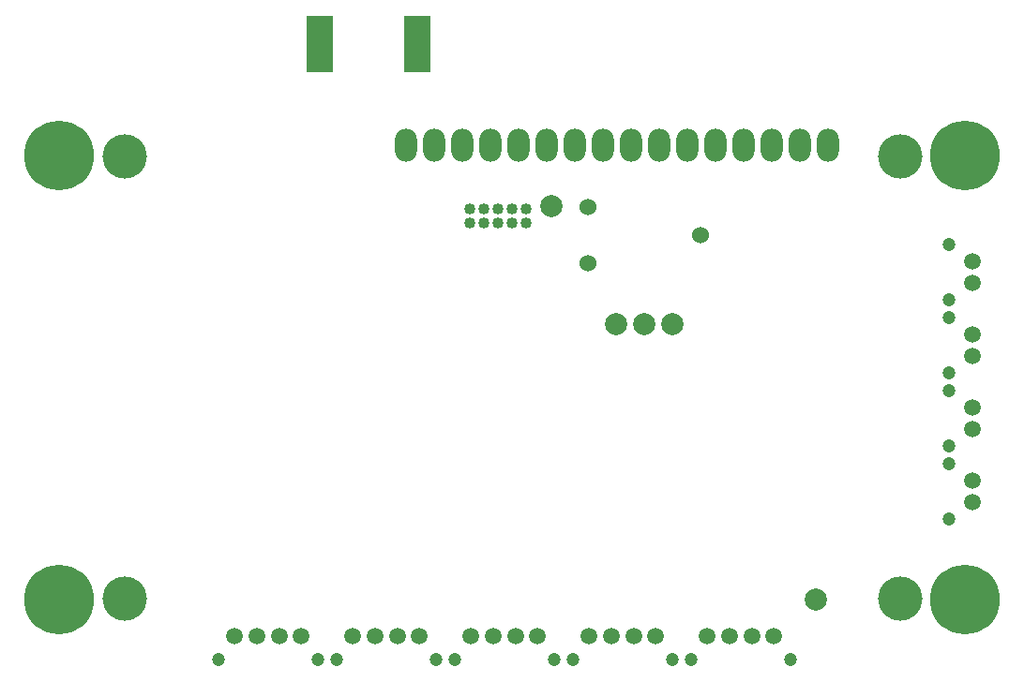
<source format=gbs>
G04 #@! TF.FileFunction,Soldermask,Bot*
%FSLAX46Y46*%
G04 Gerber Fmt 4.6, Leading zero omitted, Abs format (unit mm)*
G04 Created by KiCad (PCBNEW 0.201507280910+6003~25~ubuntu14.04.1-product) date Wed 19 Aug 2015 23:49:12 BST*
%MOMM*%
G01*
G04 APERTURE LIST*
%ADD10C,0.100000*%
%ADD11C,2.000000*%
%ADD12C,1.524000*%
%ADD13C,6.300000*%
%ADD14C,1.500000*%
%ADD15C,1.200000*%
%ADD16R,2.413000X5.080000*%
%ADD17C,1.016000*%
%ADD18C,4.000000*%
%ADD19O,2.000000X3.000000*%
G04 APERTURE END LIST*
D10*
D11*
X206248000Y-120396000D03*
X182372000Y-84836000D03*
D12*
X185674000Y-84963000D03*
X185674000Y-90043000D03*
X195834000Y-87503000D03*
D13*
X137922000Y-80264000D03*
X137922000Y-120396000D03*
X219710000Y-120396000D03*
X219710000Y-80264000D03*
D14*
X202438000Y-123698000D03*
X200438000Y-123698000D03*
X198438000Y-123698000D03*
X196438000Y-123698000D03*
D15*
X203938000Y-125798000D03*
X194938000Y-125798000D03*
D14*
X159766000Y-123698000D03*
X157766000Y-123698000D03*
X155766000Y-123698000D03*
X153766000Y-123698000D03*
D15*
X161266000Y-125798000D03*
X152266000Y-125798000D03*
D14*
X170434000Y-123698000D03*
X168434000Y-123698000D03*
X166434000Y-123698000D03*
X164434000Y-123698000D03*
D15*
X171934000Y-125798000D03*
X162934000Y-125798000D03*
D14*
X181102000Y-123698000D03*
X179102000Y-123698000D03*
X177102000Y-123698000D03*
X175102000Y-123698000D03*
D15*
X182602000Y-125798000D03*
X173602000Y-125798000D03*
D14*
X191770000Y-123698000D03*
X189770000Y-123698000D03*
X187770000Y-123698000D03*
X185770000Y-123698000D03*
D15*
X193270000Y-125798000D03*
X184270000Y-125798000D03*
D14*
X220345000Y-91821000D03*
X220345000Y-89821000D03*
D15*
X218245000Y-93321000D03*
X218245000Y-88321000D03*
D14*
X220345000Y-111633000D03*
X220345000Y-109633000D03*
D15*
X218245000Y-113133000D03*
X218245000Y-108133000D03*
D14*
X220345000Y-98425000D03*
X220345000Y-96425000D03*
D15*
X218245000Y-99925000D03*
X218245000Y-94925000D03*
D14*
X220345000Y-105029000D03*
X220345000Y-103029000D03*
D15*
X218245000Y-106529000D03*
X218245000Y-101529000D03*
D16*
X161480500Y-70231000D03*
X170243500Y-70231000D03*
D17*
X175006000Y-86360000D03*
X175006000Y-85090000D03*
X176276000Y-86360000D03*
X176276000Y-85090000D03*
X177546000Y-86360000D03*
X177546000Y-85090000D03*
X178816000Y-86360000D03*
X178816000Y-85090000D03*
X180086000Y-86360000D03*
X180086000Y-85090000D03*
D18*
X213816000Y-80330000D03*
X213816000Y-120330000D03*
X143816000Y-120330000D03*
X143816000Y-80330000D03*
D19*
X207316000Y-79330000D03*
X204776000Y-79330000D03*
X202236000Y-79330000D03*
X199696000Y-79330000D03*
X197156000Y-79330000D03*
X194616000Y-79330000D03*
X192076000Y-79330000D03*
X189536000Y-79330000D03*
X186996000Y-79330000D03*
X184456000Y-79330000D03*
X181916000Y-79330000D03*
X179376000Y-79330000D03*
X176836000Y-79330000D03*
X174296000Y-79330000D03*
X171756000Y-79330000D03*
X169216000Y-79330000D03*
D11*
X193294000Y-95504000D03*
X190754000Y-95504000D03*
X188214000Y-95504000D03*
M02*

</source>
